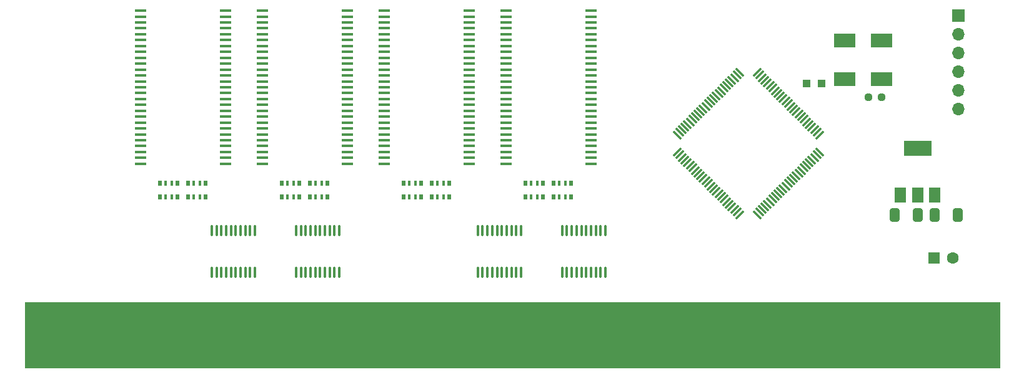
<source format=gbr>
%TF.GenerationSoftware,KiCad,Pcbnew,(6.0.0)*%
%TF.CreationDate,2022-03-26T19:57:18+01:00*%
%TF.ProjectId,GottaGoFaSDZ3,476f7474-6147-46f4-9661-53445a332e6b,rev?*%
%TF.SameCoordinates,Original*%
%TF.FileFunction,Soldermask,Top*%
%TF.FilePolarity,Negative*%
%FSLAX46Y46*%
G04 Gerber Fmt 4.6, Leading zero omitted, Abs format (unit mm)*
G04 Created by KiCad (PCBNEW (6.0.0)) date 2022-03-26 19:57:18*
%MOMM*%
%LPD*%
G01*
G04 APERTURE LIST*
G04 Aperture macros list*
%AMRoundRect*
0 Rectangle with rounded corners*
0 $1 Rounding radius*
0 $2 $3 $4 $5 $6 $7 $8 $9 X,Y pos of 4 corners*
0 Add a 4 corners polygon primitive as box body*
4,1,4,$2,$3,$4,$5,$6,$7,$8,$9,$2,$3,0*
0 Add four circle primitives for the rounded corners*
1,1,$1+$1,$2,$3*
1,1,$1+$1,$4,$5*
1,1,$1+$1,$6,$7*
1,1,$1+$1,$8,$9*
0 Add four rect primitives between the rounded corners*
20,1,$1+$1,$2,$3,$4,$5,0*
20,1,$1+$1,$4,$5,$6,$7,0*
20,1,$1+$1,$6,$7,$8,$9,0*
20,1,$1+$1,$8,$9,$2,$3,0*%
G04 Aperture macros list end*
%ADD10C,0.100000*%
%ADD11R,0.500000X0.800000*%
%ADD12R,0.400000X0.800000*%
%ADD13RoundRect,0.100000X-0.100000X0.637500X-0.100000X-0.637500X0.100000X-0.637500X0.100000X0.637500X0*%
%ADD14R,1.700000X1.700000*%
%ADD15O,1.700000X1.700000*%
%ADD16RoundRect,0.237500X0.250000X0.237500X-0.250000X0.237500X-0.250000X-0.237500X0.250000X-0.237500X0*%
%ADD17R,1.000000X1.000000*%
%ADD18RoundRect,0.250000X0.412500X0.650000X-0.412500X0.650000X-0.412500X-0.650000X0.412500X-0.650000X0*%
%ADD19R,1.524000X6.754000*%
%ADD20R,1.510000X0.458000*%
%ADD21R,3.000000X1.980000*%
%ADD22RoundRect,0.075000X0.521491X0.415425X0.415425X0.521491X-0.521491X-0.415425X-0.415425X-0.521491X0*%
%ADD23RoundRect,0.075000X0.521491X-0.415425X-0.415425X0.521491X-0.521491X0.415425X0.415425X-0.521491X0*%
%ADD24RoundRect,0.250000X-0.412500X-0.650000X0.412500X-0.650000X0.412500X0.650000X-0.412500X0.650000X0*%
%ADD25R,1.600000X1.600000*%
%ADD26C,1.600000*%
%ADD27R,1.500000X2.000000*%
%ADD28R,3.800000X2.000000*%
G04 APERTURE END LIST*
D10*
%TO.C,CN1*%
X218731933Y-120061782D02*
X86651933Y-120061782D01*
X86651933Y-120061782D02*
X86651933Y-111171782D01*
X86651933Y-111171782D02*
X218731933Y-111171782D01*
X218731933Y-111171782D02*
X218731933Y-120061782D01*
G36*
X218731933Y-120061782D02*
G01*
X86651933Y-120061782D01*
X86651933Y-111171782D01*
X218731933Y-111171782D01*
X218731933Y-120061782D01*
G37*
X218731933Y-120061782D02*
X86651933Y-120061782D01*
X86651933Y-111171782D01*
X218731933Y-111171782D01*
X218731933Y-120061782D01*
%TD*%
D11*
%TO.C,RN1*%
X104966469Y-96834478D03*
D12*
X105766469Y-96834478D03*
X106566469Y-96834478D03*
D11*
X107366469Y-96834478D03*
X107366469Y-95034478D03*
D12*
X106566469Y-95034478D03*
X105766469Y-95034478D03*
D11*
X104966469Y-95034478D03*
%TD*%
D13*
%TO.C,U5*%
X165329780Y-101395478D03*
X164679780Y-101395478D03*
X164029780Y-101395478D03*
X163379780Y-101395478D03*
X162729780Y-101395478D03*
X162079780Y-101395478D03*
X161429780Y-101395478D03*
X160779780Y-101395478D03*
X160129780Y-101395478D03*
X159479780Y-101395478D03*
X159479780Y-107120478D03*
X160129780Y-107120478D03*
X160779780Y-107120478D03*
X161429780Y-107120478D03*
X162079780Y-107120478D03*
X162729780Y-107120478D03*
X163379780Y-107120478D03*
X164029780Y-107120478D03*
X164679780Y-107120478D03*
X165329780Y-107120478D03*
%TD*%
D14*
%TO.C,J1*%
X213158741Y-72261674D03*
D15*
X213158741Y-74801674D03*
X213158741Y-77341674D03*
X213158741Y-79881674D03*
X213158741Y-82421674D03*
X213158741Y-84961674D03*
%TD*%
D11*
%TO.C,RN8*%
X158306469Y-96834478D03*
D12*
X159106469Y-96834478D03*
X159906469Y-96834478D03*
D11*
X160706469Y-96834478D03*
X160706469Y-95034478D03*
D12*
X159906469Y-95034478D03*
X159106469Y-95034478D03*
D11*
X158306469Y-95034478D03*
%TD*%
D16*
%TO.C,R1*%
X202767092Y-83297157D03*
X200942092Y-83297157D03*
%TD*%
D17*
%TO.C,TP2*%
X194643039Y-81445003D03*
%TD*%
D18*
%TO.C,C3*%
X207645227Y-99280361D03*
X204520227Y-99280361D03*
%TD*%
D11*
%TO.C,RN5*%
X137986469Y-96834478D03*
D12*
X138786469Y-96834478D03*
X139586469Y-96834478D03*
D11*
X140386469Y-96834478D03*
X140386469Y-95034478D03*
D12*
X139586469Y-95034478D03*
X138786469Y-95034478D03*
D11*
X137986469Y-95034478D03*
%TD*%
D19*
%TO.C,CN1*%
X214921933Y-114608782D03*
X212381933Y-114608782D03*
X209841933Y-114608782D03*
X207301933Y-114608782D03*
X204761933Y-114608782D03*
X202221933Y-114608782D03*
X199681933Y-114608782D03*
X197141933Y-114608782D03*
X194601933Y-114608782D03*
X192061933Y-114608782D03*
X189521933Y-114608782D03*
X186981933Y-114608782D03*
X184441933Y-114608782D03*
X181901933Y-114608782D03*
X179361933Y-114608782D03*
X176821933Y-114608782D03*
X174281933Y-114608782D03*
X171741933Y-114608782D03*
X169201933Y-114608782D03*
X166661933Y-114608782D03*
X164121933Y-114608782D03*
X161581933Y-114608782D03*
X159041933Y-114608782D03*
X156501933Y-114608782D03*
X153961933Y-114608782D03*
X151421933Y-114608782D03*
X148881933Y-114608782D03*
X146341933Y-114608782D03*
X143801933Y-114608782D03*
X141261933Y-114608782D03*
X138721933Y-114608782D03*
X136181933Y-114608782D03*
X133641933Y-114608782D03*
X131101933Y-114608782D03*
X128561933Y-114608782D03*
X126021933Y-114608782D03*
X123481933Y-114608782D03*
X120941933Y-114608782D03*
X118401933Y-114608782D03*
X115861933Y-114608782D03*
X113321933Y-114608782D03*
X110781933Y-114608782D03*
X108241933Y-114608782D03*
X105701933Y-114608782D03*
X103161933Y-114608782D03*
X100621933Y-114608782D03*
X98081933Y-114608782D03*
X95541933Y-114608782D03*
X93001933Y-114608782D03*
X90461933Y-114608782D03*
%TD*%
D20*
%TO.C,U10*%
X163380069Y-92360490D03*
X163380069Y-91560490D03*
X163380069Y-90760490D03*
X163380069Y-89960490D03*
X163380069Y-89160490D03*
X163380069Y-88360490D03*
X163380069Y-87560490D03*
X163380069Y-86760490D03*
X163380069Y-85960490D03*
X163380069Y-85160490D03*
X163380069Y-84360490D03*
X163380069Y-83560490D03*
X163380069Y-82760490D03*
X163380069Y-81960490D03*
X163380069Y-81160490D03*
X163380069Y-80360490D03*
X163380069Y-79560490D03*
X163380069Y-78760490D03*
X163380069Y-77960490D03*
X163380069Y-77160490D03*
X163380069Y-76360490D03*
X163380069Y-75560490D03*
X163380069Y-74760490D03*
X163380069Y-73960490D03*
X163380069Y-73160490D03*
X163380069Y-72360490D03*
X163380069Y-71560490D03*
X151880069Y-71560490D03*
X151880069Y-72360490D03*
X151880069Y-73160490D03*
X151880069Y-73960490D03*
X151880069Y-74760490D03*
X151880069Y-75560490D03*
X151880069Y-76360490D03*
X151880069Y-77160490D03*
X151880069Y-77960490D03*
X151880069Y-78760490D03*
X151880069Y-79560490D03*
X151880069Y-80360490D03*
X151880069Y-81160490D03*
X151880069Y-81960490D03*
X151880069Y-82760490D03*
X151880069Y-83560490D03*
X151880069Y-84360490D03*
X151880069Y-85160490D03*
X151880069Y-85960490D03*
X151880069Y-86760490D03*
X151880069Y-87560490D03*
X151880069Y-88360490D03*
X151880069Y-89160490D03*
X151880069Y-89960490D03*
X151880069Y-90760490D03*
X151880069Y-91560490D03*
X151880069Y-92360490D03*
%TD*%
D21*
%TO.C,X1*%
X197779792Y-75612757D03*
X197779792Y-80872757D03*
X202779792Y-80872757D03*
X202779792Y-75612757D03*
%TD*%
D20*
%TO.C,U7*%
X113850069Y-92360490D03*
X113850069Y-91560490D03*
X113850069Y-90760490D03*
X113850069Y-89960490D03*
X113850069Y-89160490D03*
X113850069Y-88360490D03*
X113850069Y-87560490D03*
X113850069Y-86760490D03*
X113850069Y-85960490D03*
X113850069Y-85160490D03*
X113850069Y-84360490D03*
X113850069Y-83560490D03*
X113850069Y-82760490D03*
X113850069Y-81960490D03*
X113850069Y-81160490D03*
X113850069Y-80360490D03*
X113850069Y-79560490D03*
X113850069Y-78760490D03*
X113850069Y-77960490D03*
X113850069Y-77160490D03*
X113850069Y-76360490D03*
X113850069Y-75560490D03*
X113850069Y-74760490D03*
X113850069Y-73960490D03*
X113850069Y-73160490D03*
X113850069Y-72360490D03*
X113850069Y-71560490D03*
X102350069Y-71560490D03*
X102350069Y-72360490D03*
X102350069Y-73160490D03*
X102350069Y-73960490D03*
X102350069Y-74760490D03*
X102350069Y-75560490D03*
X102350069Y-76360490D03*
X102350069Y-77160490D03*
X102350069Y-77960490D03*
X102350069Y-78760490D03*
X102350069Y-79560490D03*
X102350069Y-80360490D03*
X102350069Y-81160490D03*
X102350069Y-81960490D03*
X102350069Y-82760490D03*
X102350069Y-83560490D03*
X102350069Y-84360490D03*
X102350069Y-85160490D03*
X102350069Y-85960490D03*
X102350069Y-86760490D03*
X102350069Y-87560490D03*
X102350069Y-88360490D03*
X102350069Y-89160490D03*
X102350069Y-89960490D03*
X102350069Y-90760490D03*
X102350069Y-91560490D03*
X102350069Y-92360490D03*
%TD*%
D13*
%TO.C,U2*%
X117850968Y-101395478D03*
X117200968Y-101395478D03*
X116550968Y-101395478D03*
X115900968Y-101395478D03*
X115250968Y-101395478D03*
X114600968Y-101395478D03*
X113950968Y-101395478D03*
X113300968Y-101395478D03*
X112650968Y-101395478D03*
X112000968Y-101395478D03*
X112000968Y-107120478D03*
X112650968Y-107120478D03*
X113300968Y-107120478D03*
X113950968Y-107120478D03*
X114600968Y-107120478D03*
X115250968Y-107120478D03*
X115900968Y-107120478D03*
X116550968Y-107120478D03*
X117200968Y-107120478D03*
X117850968Y-107120478D03*
%TD*%
D22*
%TO.C,U6*%
X183538301Y-99277488D03*
X183184748Y-98923935D03*
X182831194Y-98570382D03*
X182477641Y-98216828D03*
X182124087Y-97863275D03*
X181770534Y-97509721D03*
X181416981Y-97156168D03*
X181063427Y-96802615D03*
X180709874Y-96449061D03*
X180356320Y-96095508D03*
X180002767Y-95741954D03*
X179649214Y-95388401D03*
X179295660Y-95034848D03*
X178942107Y-94681294D03*
X178588554Y-94327741D03*
X178235000Y-93974188D03*
X177881447Y-93620634D03*
X177527893Y-93267081D03*
X177174340Y-92913527D03*
X176820787Y-92559974D03*
X176467233Y-92206421D03*
X176113680Y-91852867D03*
X175760126Y-91499314D03*
X175406573Y-91145760D03*
X175053020Y-90792207D03*
D23*
X175053020Y-88441077D03*
X175406573Y-88087524D03*
X175760126Y-87733970D03*
X176113680Y-87380417D03*
X176467233Y-87026863D03*
X176820787Y-86673310D03*
X177174340Y-86319757D03*
X177527893Y-85966203D03*
X177881447Y-85612650D03*
X178235000Y-85259096D03*
X178588554Y-84905543D03*
X178942107Y-84551990D03*
X179295660Y-84198436D03*
X179649214Y-83844883D03*
X180002767Y-83491330D03*
X180356320Y-83137776D03*
X180709874Y-82784223D03*
X181063427Y-82430669D03*
X181416981Y-82077116D03*
X181770534Y-81723563D03*
X182124087Y-81370009D03*
X182477641Y-81016456D03*
X182831194Y-80662902D03*
X183184748Y-80309349D03*
X183538301Y-79955796D03*
D22*
X185889431Y-79955796D03*
X186242984Y-80309349D03*
X186596538Y-80662902D03*
X186950091Y-81016456D03*
X187303645Y-81370009D03*
X187657198Y-81723563D03*
X188010751Y-82077116D03*
X188364305Y-82430669D03*
X188717858Y-82784223D03*
X189071412Y-83137776D03*
X189424965Y-83491330D03*
X189778518Y-83844883D03*
X190132072Y-84198436D03*
X190485625Y-84551990D03*
X190839178Y-84905543D03*
X191192732Y-85259096D03*
X191546285Y-85612650D03*
X191899839Y-85966203D03*
X192253392Y-86319757D03*
X192606945Y-86673310D03*
X192960499Y-87026863D03*
X193314052Y-87380417D03*
X193667606Y-87733970D03*
X194021159Y-88087524D03*
X194374712Y-88441077D03*
D23*
X194374712Y-90792207D03*
X194021159Y-91145760D03*
X193667606Y-91499314D03*
X193314052Y-91852867D03*
X192960499Y-92206421D03*
X192606945Y-92559974D03*
X192253392Y-92913527D03*
X191899839Y-93267081D03*
X191546285Y-93620634D03*
X191192732Y-93974188D03*
X190839178Y-94327741D03*
X190485625Y-94681294D03*
X190132072Y-95034848D03*
X189778518Y-95388401D03*
X189424965Y-95741954D03*
X189071412Y-96095508D03*
X188717858Y-96449061D03*
X188364305Y-96802615D03*
X188010751Y-97156168D03*
X187657198Y-97509721D03*
X187303645Y-97863275D03*
X186950091Y-98216828D03*
X186596538Y-98570382D03*
X186242984Y-98923935D03*
X185889431Y-99277488D03*
%TD*%
D11*
%TO.C,RN3*%
X121476469Y-96834478D03*
D12*
X122276469Y-96834478D03*
X123076469Y-96834478D03*
D11*
X123876469Y-96834478D03*
X123876469Y-95034478D03*
D12*
X123076469Y-95034478D03*
X122276469Y-95034478D03*
D11*
X121476469Y-95034478D03*
%TD*%
D24*
%TO.C,C2*%
X209930427Y-99331161D03*
X213055427Y-99331161D03*
%TD*%
D13*
%TO.C,U3*%
X129280968Y-101395478D03*
X128630968Y-101395478D03*
X127980968Y-101395478D03*
X127330968Y-101395478D03*
X126680968Y-101395478D03*
X126030968Y-101395478D03*
X125380968Y-101395478D03*
X124730968Y-101395478D03*
X124080968Y-101395478D03*
X123430968Y-101395478D03*
X123430968Y-107120478D03*
X124080968Y-107120478D03*
X124730968Y-107120478D03*
X125380968Y-107120478D03*
X126030968Y-107120478D03*
X126680968Y-107120478D03*
X127330968Y-107120478D03*
X127980968Y-107120478D03*
X128630968Y-107120478D03*
X129280968Y-107120478D03*
%TD*%
%TO.C,U4*%
X153899780Y-101395478D03*
X153249780Y-101395478D03*
X152599780Y-101395478D03*
X151949780Y-101395478D03*
X151299780Y-101395478D03*
X150649780Y-101395478D03*
X149999780Y-101395478D03*
X149349780Y-101395478D03*
X148699780Y-101395478D03*
X148049780Y-101395478D03*
X148049780Y-107120478D03*
X148699780Y-107120478D03*
X149349780Y-107120478D03*
X149999780Y-107120478D03*
X150649780Y-107120478D03*
X151299780Y-107120478D03*
X151949780Y-107120478D03*
X152599780Y-107120478D03*
X153249780Y-107120478D03*
X153899780Y-107120478D03*
%TD*%
D20*
%TO.C,U9*%
X146870069Y-92360490D03*
X146870069Y-91560490D03*
X146870069Y-90760490D03*
X146870069Y-89960490D03*
X146870069Y-89160490D03*
X146870069Y-88360490D03*
X146870069Y-87560490D03*
X146870069Y-86760490D03*
X146870069Y-85960490D03*
X146870069Y-85160490D03*
X146870069Y-84360490D03*
X146870069Y-83560490D03*
X146870069Y-82760490D03*
X146870069Y-81960490D03*
X146870069Y-81160490D03*
X146870069Y-80360490D03*
X146870069Y-79560490D03*
X146870069Y-78760490D03*
X146870069Y-77960490D03*
X146870069Y-77160490D03*
X146870069Y-76360490D03*
X146870069Y-75560490D03*
X146870069Y-74760490D03*
X146870069Y-73960490D03*
X146870069Y-73160490D03*
X146870069Y-72360490D03*
X146870069Y-71560490D03*
X135370069Y-71560490D03*
X135370069Y-72360490D03*
X135370069Y-73160490D03*
X135370069Y-73960490D03*
X135370069Y-74760490D03*
X135370069Y-75560490D03*
X135370069Y-76360490D03*
X135370069Y-77160490D03*
X135370069Y-77960490D03*
X135370069Y-78760490D03*
X135370069Y-79560490D03*
X135370069Y-80360490D03*
X135370069Y-81160490D03*
X135370069Y-81960490D03*
X135370069Y-82760490D03*
X135370069Y-83560490D03*
X135370069Y-84360490D03*
X135370069Y-85160490D03*
X135370069Y-85960490D03*
X135370069Y-86760490D03*
X135370069Y-87560490D03*
X135370069Y-88360490D03*
X135370069Y-89160490D03*
X135370069Y-89960490D03*
X135370069Y-90760490D03*
X135370069Y-91560490D03*
X135370069Y-92360490D03*
%TD*%
D25*
%TO.C,C1*%
X209881927Y-105160276D03*
D26*
X212381927Y-105160276D03*
%TD*%
D17*
%TO.C,TP1*%
X192611039Y-81445003D03*
%TD*%
D11*
%TO.C,RN4*%
X125286469Y-96834478D03*
D12*
X126086469Y-96834478D03*
X126886469Y-96834478D03*
D11*
X127686469Y-96834478D03*
X127686469Y-95034478D03*
D12*
X126886469Y-95034478D03*
X126086469Y-95034478D03*
D11*
X125286469Y-95034478D03*
%TD*%
D27*
%TO.C,U1*%
X205340219Y-96598852D03*
X207640219Y-96598852D03*
D28*
X207640219Y-90298852D03*
D27*
X209940219Y-96598852D03*
%TD*%
D20*
%TO.C,U8*%
X130360069Y-92360490D03*
X130360069Y-91560490D03*
X130360069Y-90760490D03*
X130360069Y-89960490D03*
X130360069Y-89160490D03*
X130360069Y-88360490D03*
X130360069Y-87560490D03*
X130360069Y-86760490D03*
X130360069Y-85960490D03*
X130360069Y-85160490D03*
X130360069Y-84360490D03*
X130360069Y-83560490D03*
X130360069Y-82760490D03*
X130360069Y-81960490D03*
X130360069Y-81160490D03*
X130360069Y-80360490D03*
X130360069Y-79560490D03*
X130360069Y-78760490D03*
X130360069Y-77960490D03*
X130360069Y-77160490D03*
X130360069Y-76360490D03*
X130360069Y-75560490D03*
X130360069Y-74760490D03*
X130360069Y-73960490D03*
X130360069Y-73160490D03*
X130360069Y-72360490D03*
X130360069Y-71560490D03*
X118860069Y-71560490D03*
X118860069Y-72360490D03*
X118860069Y-73160490D03*
X118860069Y-73960490D03*
X118860069Y-74760490D03*
X118860069Y-75560490D03*
X118860069Y-76360490D03*
X118860069Y-77160490D03*
X118860069Y-77960490D03*
X118860069Y-78760490D03*
X118860069Y-79560490D03*
X118860069Y-80360490D03*
X118860069Y-81160490D03*
X118860069Y-81960490D03*
X118860069Y-82760490D03*
X118860069Y-83560490D03*
X118860069Y-84360490D03*
X118860069Y-85160490D03*
X118860069Y-85960490D03*
X118860069Y-86760490D03*
X118860069Y-87560490D03*
X118860069Y-88360490D03*
X118860069Y-89160490D03*
X118860069Y-89960490D03*
X118860069Y-90760490D03*
X118860069Y-91560490D03*
X118860069Y-92360490D03*
%TD*%
D11*
%TO.C,RN7*%
X154496469Y-96834478D03*
D12*
X155296469Y-96834478D03*
X156096469Y-96834478D03*
D11*
X156896469Y-96834478D03*
X156896469Y-95034478D03*
D12*
X156096469Y-95034478D03*
X155296469Y-95034478D03*
D11*
X154496469Y-95034478D03*
%TD*%
%TO.C,RN6*%
X141796469Y-96834478D03*
D12*
X142596469Y-96834478D03*
X143396469Y-96834478D03*
D11*
X144196469Y-96834478D03*
X144196469Y-95034478D03*
D12*
X143396469Y-95034478D03*
X142596469Y-95034478D03*
D11*
X141796469Y-95034478D03*
%TD*%
%TO.C,RN2*%
X108776469Y-96834478D03*
D12*
X109576469Y-96834478D03*
X110376469Y-96834478D03*
D11*
X111176469Y-96834478D03*
X111176469Y-95034478D03*
D12*
X110376469Y-95034478D03*
X109576469Y-95034478D03*
D11*
X108776469Y-95034478D03*
%TD*%
M02*

</source>
